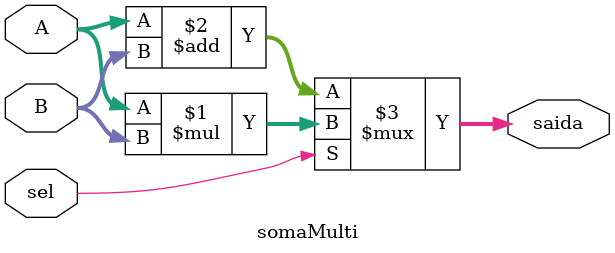
<source format=v>
module somaMulti (

    input [15:0] A, 
    input [15:0] B, 
    input sel,
    output [15:0] saida
);
    assign saida = sel ? A * B : A + B;

endmodule
</source>
